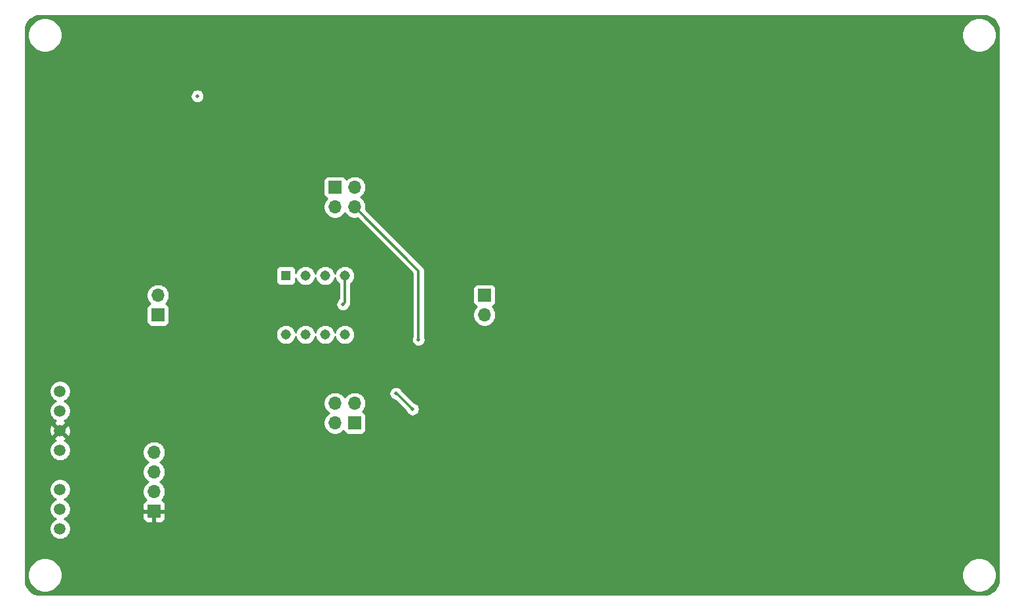
<source format=gbr>
%TF.GenerationSoftware,KiCad,Pcbnew,(5.1.7)-1*%
%TF.CreationDate,2021-05-11T13:40:29-05:00*%
%TF.ProjectId,instrumentation_amplifier,696e7374-7275-46d6-956e-746174696f6e,1.1*%
%TF.SameCoordinates,Original*%
%TF.FileFunction,Copper,L2,Bot*%
%TF.FilePolarity,Positive*%
%FSLAX46Y46*%
G04 Gerber Fmt 4.6, Leading zero omitted, Abs format (unit mm)*
G04 Created by KiCad (PCBNEW (5.1.7)-1) date 2021-05-11 13:40:29*
%MOMM*%
%LPD*%
G01*
G04 APERTURE LIST*
%TA.AperFunction,ComponentPad*%
%ADD10O,1.700000X1.700000*%
%TD*%
%TA.AperFunction,ComponentPad*%
%ADD11R,1.700000X1.700000*%
%TD*%
%TA.AperFunction,ComponentPad*%
%ADD12C,1.509000*%
%TD*%
%TA.AperFunction,ComponentPad*%
%ADD13C,1.308000*%
%TD*%
%TA.AperFunction,ComponentPad*%
%ADD14R,1.308000X1.308000*%
%TD*%
%TA.AperFunction,ViaPad*%
%ADD15C,0.508000*%
%TD*%
%TA.AperFunction,Conductor*%
%ADD16C,0.304800*%
%TD*%
%TA.AperFunction,Conductor*%
%ADD17C,0.254000*%
%TD*%
%TA.AperFunction,Conductor*%
%ADD18C,0.100000*%
%TD*%
G04 APERTURE END LIST*
D10*
%TO.P,J1,2*%
%TO.N,Net-(J1-Pad2)*%
X119380000Y-87630000D03*
D11*
%TO.P,J1,1*%
%TO.N,Net-(J1-Pad1)*%
X119380000Y-90170000D03*
%TD*%
D12*
%TO.P,U2,1*%
%TO.N,Net-(CON1-Pad2)*%
X106730000Y-117830000D03*
%TO.P,U2,2*%
%TO.N,Net-(CON1-Pad1)*%
X106730000Y-115290000D03*
%TO.P,U2,3*%
%TO.N,N/C*%
X106730000Y-112750000D03*
%TO.P,U2,5*%
X106730000Y-107670000D03*
%TO.P,U2,6*%
%TO.N,+5V*%
X106730000Y-105130000D03*
%TO.P,U2,7*%
%TO.N,GND*%
X106730000Y-102590000D03*
%TO.P,U2,8*%
%TO.N,-5V*%
X106730000Y-100050000D03*
%TD*%
D10*
%TO.P,J2,4*%
%TO.N,Net-(J1-Pad1)*%
X142240000Y-101600000D03*
%TO.P,J2,3*%
X144780000Y-101600000D03*
%TO.P,J2,2*%
%TO.N,Net-(J2-Pad2)*%
X142240000Y-104140000D03*
D11*
%TO.P,J2,1*%
%TO.N,Net-(J2-Pad1)*%
X144780000Y-104140000D03*
%TD*%
%TO.P,J3,1*%
%TO.N,Net-(J3-Pad1)*%
X142240000Y-73660000D03*
D10*
%TO.P,J3,2*%
%TO.N,Net-(J3-Pad2)*%
X144780000Y-73660000D03*
%TO.P,J3,3*%
%TO.N,Net-(J1-Pad2)*%
X142240000Y-76200000D03*
%TO.P,J3,4*%
X144780000Y-76200000D03*
%TD*%
D11*
%TO.P,J4,1*%
%TO.N,Net-(J4-Pad1)*%
X161544000Y-87630000D03*
D10*
%TO.P,J4,2*%
%TO.N,GND*%
X161544000Y-90170000D03*
%TD*%
D13*
%TO.P,SW1,3*%
%TO.N,Net-(R8-Pad1)*%
X143510000Y-85090000D03*
%TO.P,SW1,2*%
%TO.N,Net-(R9-Pad1)*%
X140970000Y-85090000D03*
%TO.P,SW1,C*%
%TO.N,Net-(SW1-PadC)*%
X138430000Y-85090000D03*
D14*
%TO.P,SW1,1*%
%TO.N,Net-(R10-Pad1)*%
X135890000Y-85090000D03*
D13*
%TO.P,SW1,NC*%
%TO.N,N/C*%
X143510000Y-92710000D03*
%TO.P,SW1,C1*%
X140970000Y-92710000D03*
%TO.P,SW1,5*%
%TO.N,Net-(R6-Pad1)*%
X138430000Y-92710000D03*
%TO.P,SW1,4*%
%TO.N,Net-(R7-Pad1)*%
X135890000Y-92710000D03*
%TD*%
D11*
%TO.P,J5,1*%
%TO.N,+5V*%
X118872000Y-115570000D03*
D10*
%TO.P,J5,2*%
%TO.N,GND*%
X118872000Y-113030000D03*
%TO.P,J5,3*%
X118872000Y-110490000D03*
%TO.P,J5,4*%
%TO.N,-5V*%
X118872000Y-107950000D03*
%TD*%
D15*
%TO.N,+5V*%
X151130000Y-77470000D03*
X124460000Y-64008000D03*
%TO.N,GND*%
X150114000Y-100330000D03*
X152273000Y-102362000D03*
X124460000Y-61849000D03*
%TO.N,Net-(J1-Pad2)*%
X153035000Y-93345000D03*
%TO.N,Net-(R8-Pad1)*%
X143256000Y-88773000D03*
%TD*%
D16*
%TO.N,GND*%
X150241000Y-100330000D02*
X152273000Y-102362000D01*
X150114000Y-100330000D02*
X150241000Y-100330000D01*
%TO.N,Net-(J1-Pad2)*%
X153035000Y-84455000D02*
X144780000Y-76200000D01*
X153035000Y-93345000D02*
X153035000Y-84455000D01*
%TO.N,Net-(R8-Pad1)*%
X143510000Y-88519000D02*
X143510000Y-85090000D01*
X143256000Y-88773000D02*
X143510000Y-88519000D01*
%TD*%
D17*
%TO.N,+5V*%
X226424545Y-51498909D02*
X226775208Y-51604780D01*
X227098625Y-51776744D01*
X227382484Y-52008254D01*
X227615965Y-52290486D01*
X227790183Y-52612695D01*
X227898502Y-52962614D01*
X227940001Y-53357452D01*
X227940000Y-124427721D01*
X227901091Y-124824545D01*
X227795220Y-125175206D01*
X227623257Y-125498623D01*
X227391748Y-125782482D01*
X227109514Y-126015965D01*
X226787304Y-126190184D01*
X226437385Y-126298502D01*
X226042557Y-126340000D01*
X104172279Y-126340000D01*
X103775455Y-126301091D01*
X103424794Y-126195220D01*
X103101377Y-126023257D01*
X102817518Y-125791748D01*
X102584035Y-125509514D01*
X102409816Y-125187304D01*
X102301498Y-124837385D01*
X102260000Y-124442557D01*
X102260000Y-123604872D01*
X102540000Y-123604872D01*
X102540000Y-124045128D01*
X102625890Y-124476925D01*
X102794369Y-124883669D01*
X103038962Y-125249729D01*
X103350271Y-125561038D01*
X103716331Y-125805631D01*
X104123075Y-125974110D01*
X104554872Y-126060000D01*
X104995128Y-126060000D01*
X105426925Y-125974110D01*
X105833669Y-125805631D01*
X106199729Y-125561038D01*
X106511038Y-125249729D01*
X106755631Y-124883669D01*
X106924110Y-124476925D01*
X107010000Y-124045128D01*
X107010000Y-123604872D01*
X223190000Y-123604872D01*
X223190000Y-124045128D01*
X223275890Y-124476925D01*
X223444369Y-124883669D01*
X223688962Y-125249729D01*
X224000271Y-125561038D01*
X224366331Y-125805631D01*
X224773075Y-125974110D01*
X225204872Y-126060000D01*
X225645128Y-126060000D01*
X226076925Y-125974110D01*
X226483669Y-125805631D01*
X226849729Y-125561038D01*
X227161038Y-125249729D01*
X227405631Y-124883669D01*
X227574110Y-124476925D01*
X227660000Y-124045128D01*
X227660000Y-123604872D01*
X227574110Y-123173075D01*
X227405631Y-122766331D01*
X227161038Y-122400271D01*
X226849729Y-122088962D01*
X226483669Y-121844369D01*
X226076925Y-121675890D01*
X225645128Y-121590000D01*
X225204872Y-121590000D01*
X224773075Y-121675890D01*
X224366331Y-121844369D01*
X224000271Y-122088962D01*
X223688962Y-122400271D01*
X223444369Y-122766331D01*
X223275890Y-123173075D01*
X223190000Y-123604872D01*
X107010000Y-123604872D01*
X106924110Y-123173075D01*
X106755631Y-122766331D01*
X106511038Y-122400271D01*
X106199729Y-122088962D01*
X105833669Y-121844369D01*
X105426925Y-121675890D01*
X104995128Y-121590000D01*
X104554872Y-121590000D01*
X104123075Y-121675890D01*
X103716331Y-121844369D01*
X103350271Y-122088962D01*
X103038962Y-122400271D01*
X102794369Y-122766331D01*
X102625890Y-123173075D01*
X102540000Y-123604872D01*
X102260000Y-123604872D01*
X102260000Y-112613146D01*
X105340500Y-112613146D01*
X105340500Y-112886854D01*
X105393898Y-113155302D01*
X105498641Y-113408175D01*
X105650705Y-113635754D01*
X105844246Y-113829295D01*
X106071825Y-113981359D01*
X106165113Y-114020000D01*
X106071825Y-114058641D01*
X105844246Y-114210705D01*
X105650705Y-114404246D01*
X105498641Y-114631825D01*
X105393898Y-114884698D01*
X105340500Y-115153146D01*
X105340500Y-115426854D01*
X105393898Y-115695302D01*
X105498641Y-115948175D01*
X105650705Y-116175754D01*
X105844246Y-116369295D01*
X106071825Y-116521359D01*
X106165113Y-116560000D01*
X106071825Y-116598641D01*
X105844246Y-116750705D01*
X105650705Y-116944246D01*
X105498641Y-117171825D01*
X105393898Y-117424698D01*
X105340500Y-117693146D01*
X105340500Y-117966854D01*
X105393898Y-118235302D01*
X105498641Y-118488175D01*
X105650705Y-118715754D01*
X105844246Y-118909295D01*
X106071825Y-119061359D01*
X106324698Y-119166102D01*
X106593146Y-119219500D01*
X106866854Y-119219500D01*
X107135302Y-119166102D01*
X107388175Y-119061359D01*
X107615754Y-118909295D01*
X107809295Y-118715754D01*
X107961359Y-118488175D01*
X108066102Y-118235302D01*
X108119500Y-117966854D01*
X108119500Y-117693146D01*
X108066102Y-117424698D01*
X107961359Y-117171825D01*
X107809295Y-116944246D01*
X107615754Y-116750705D01*
X107388175Y-116598641D01*
X107294887Y-116560000D01*
X107388175Y-116521359D01*
X107539868Y-116420000D01*
X117383928Y-116420000D01*
X117396188Y-116544482D01*
X117432498Y-116664180D01*
X117491463Y-116774494D01*
X117570815Y-116871185D01*
X117667506Y-116950537D01*
X117777820Y-117009502D01*
X117897518Y-117045812D01*
X118022000Y-117058072D01*
X118586250Y-117055000D01*
X118745000Y-116896250D01*
X118745000Y-115697000D01*
X118999000Y-115697000D01*
X118999000Y-116896250D01*
X119157750Y-117055000D01*
X119722000Y-117058072D01*
X119846482Y-117045812D01*
X119966180Y-117009502D01*
X120076494Y-116950537D01*
X120173185Y-116871185D01*
X120252537Y-116774494D01*
X120311502Y-116664180D01*
X120347812Y-116544482D01*
X120360072Y-116420000D01*
X120357000Y-115855750D01*
X120198250Y-115697000D01*
X118999000Y-115697000D01*
X118745000Y-115697000D01*
X117545750Y-115697000D01*
X117387000Y-115855750D01*
X117383928Y-116420000D01*
X107539868Y-116420000D01*
X107615754Y-116369295D01*
X107809295Y-116175754D01*
X107961359Y-115948175D01*
X108066102Y-115695302D01*
X108119500Y-115426854D01*
X108119500Y-115153146D01*
X108066102Y-114884698D01*
X107997883Y-114720000D01*
X117383928Y-114720000D01*
X117387000Y-115284250D01*
X117545750Y-115443000D01*
X118745000Y-115443000D01*
X118745000Y-115423000D01*
X118999000Y-115423000D01*
X118999000Y-115443000D01*
X120198250Y-115443000D01*
X120357000Y-115284250D01*
X120360072Y-114720000D01*
X120347812Y-114595518D01*
X120311502Y-114475820D01*
X120252537Y-114365506D01*
X120173185Y-114268815D01*
X120076494Y-114189463D01*
X119966180Y-114130498D01*
X119893620Y-114108487D01*
X120025475Y-113976632D01*
X120187990Y-113733411D01*
X120299932Y-113463158D01*
X120357000Y-113176260D01*
X120357000Y-112883740D01*
X120299932Y-112596842D01*
X120187990Y-112326589D01*
X120025475Y-112083368D01*
X119818632Y-111876525D01*
X119644240Y-111760000D01*
X119818632Y-111643475D01*
X120025475Y-111436632D01*
X120187990Y-111193411D01*
X120299932Y-110923158D01*
X120357000Y-110636260D01*
X120357000Y-110343740D01*
X120299932Y-110056842D01*
X120187990Y-109786589D01*
X120025475Y-109543368D01*
X119818632Y-109336525D01*
X119644240Y-109220000D01*
X119818632Y-109103475D01*
X120025475Y-108896632D01*
X120187990Y-108653411D01*
X120299932Y-108383158D01*
X120357000Y-108096260D01*
X120357000Y-107803740D01*
X120299932Y-107516842D01*
X120187990Y-107246589D01*
X120025475Y-107003368D01*
X119818632Y-106796525D01*
X119575411Y-106634010D01*
X119305158Y-106522068D01*
X119018260Y-106465000D01*
X118725740Y-106465000D01*
X118438842Y-106522068D01*
X118168589Y-106634010D01*
X117925368Y-106796525D01*
X117718525Y-107003368D01*
X117556010Y-107246589D01*
X117444068Y-107516842D01*
X117387000Y-107803740D01*
X117387000Y-108096260D01*
X117444068Y-108383158D01*
X117556010Y-108653411D01*
X117718525Y-108896632D01*
X117925368Y-109103475D01*
X118099760Y-109220000D01*
X117925368Y-109336525D01*
X117718525Y-109543368D01*
X117556010Y-109786589D01*
X117444068Y-110056842D01*
X117387000Y-110343740D01*
X117387000Y-110636260D01*
X117444068Y-110923158D01*
X117556010Y-111193411D01*
X117718525Y-111436632D01*
X117925368Y-111643475D01*
X118099760Y-111760000D01*
X117925368Y-111876525D01*
X117718525Y-112083368D01*
X117556010Y-112326589D01*
X117444068Y-112596842D01*
X117387000Y-112883740D01*
X117387000Y-113176260D01*
X117444068Y-113463158D01*
X117556010Y-113733411D01*
X117718525Y-113976632D01*
X117850380Y-114108487D01*
X117777820Y-114130498D01*
X117667506Y-114189463D01*
X117570815Y-114268815D01*
X117491463Y-114365506D01*
X117432498Y-114475820D01*
X117396188Y-114595518D01*
X117383928Y-114720000D01*
X107997883Y-114720000D01*
X107961359Y-114631825D01*
X107809295Y-114404246D01*
X107615754Y-114210705D01*
X107388175Y-114058641D01*
X107294887Y-114020000D01*
X107388175Y-113981359D01*
X107615754Y-113829295D01*
X107809295Y-113635754D01*
X107961359Y-113408175D01*
X108066102Y-113155302D01*
X108119500Y-112886854D01*
X108119500Y-112613146D01*
X108066102Y-112344698D01*
X107961359Y-112091825D01*
X107809295Y-111864246D01*
X107615754Y-111670705D01*
X107388175Y-111518641D01*
X107135302Y-111413898D01*
X106866854Y-111360500D01*
X106593146Y-111360500D01*
X106324698Y-111413898D01*
X106071825Y-111518641D01*
X105844246Y-111670705D01*
X105650705Y-111864246D01*
X105498641Y-112091825D01*
X105393898Y-112344698D01*
X105340500Y-112613146D01*
X102260000Y-112613146D01*
X102260000Y-107533146D01*
X105340500Y-107533146D01*
X105340500Y-107806854D01*
X105393898Y-108075302D01*
X105498641Y-108328175D01*
X105650705Y-108555754D01*
X105844246Y-108749295D01*
X106071825Y-108901359D01*
X106324698Y-109006102D01*
X106593146Y-109059500D01*
X106866854Y-109059500D01*
X107135302Y-109006102D01*
X107388175Y-108901359D01*
X107615754Y-108749295D01*
X107809295Y-108555754D01*
X107961359Y-108328175D01*
X108066102Y-108075302D01*
X108119500Y-107806854D01*
X108119500Y-107533146D01*
X108066102Y-107264698D01*
X107961359Y-107011825D01*
X107809295Y-106784246D01*
X107615754Y-106590705D01*
X107388175Y-106438641D01*
X107299215Y-106401793D01*
X107330404Y-106390537D01*
X107444532Y-106329534D01*
X107510603Y-106090208D01*
X106730000Y-105309605D01*
X105949397Y-106090208D01*
X106015468Y-106329534D01*
X106165326Y-106399912D01*
X106071825Y-106438641D01*
X105844246Y-106590705D01*
X105650705Y-106784246D01*
X105498641Y-107011825D01*
X105393898Y-107264698D01*
X105340500Y-107533146D01*
X102260000Y-107533146D01*
X102260000Y-105202314D01*
X105335651Y-105202314D01*
X105376551Y-105472948D01*
X105469463Y-105730404D01*
X105530466Y-105844532D01*
X105769792Y-105910603D01*
X106550395Y-105130000D01*
X106909605Y-105130000D01*
X107690208Y-105910603D01*
X107929534Y-105844532D01*
X108045883Y-105596785D01*
X108111664Y-105331100D01*
X108124349Y-105057686D01*
X108083449Y-104787052D01*
X107990537Y-104529596D01*
X107929534Y-104415468D01*
X107690208Y-104349397D01*
X106909605Y-105130000D01*
X106550395Y-105130000D01*
X105769792Y-104349397D01*
X105530466Y-104415468D01*
X105414117Y-104663215D01*
X105348336Y-104928900D01*
X105335651Y-105202314D01*
X102260000Y-105202314D01*
X102260000Y-99913146D01*
X105340500Y-99913146D01*
X105340500Y-100186854D01*
X105393898Y-100455302D01*
X105498641Y-100708175D01*
X105650705Y-100935754D01*
X105844246Y-101129295D01*
X106071825Y-101281359D01*
X106165113Y-101320000D01*
X106071825Y-101358641D01*
X105844246Y-101510705D01*
X105650705Y-101704246D01*
X105498641Y-101931825D01*
X105393898Y-102184698D01*
X105340500Y-102453146D01*
X105340500Y-102726854D01*
X105393898Y-102995302D01*
X105498641Y-103248175D01*
X105650705Y-103475754D01*
X105844246Y-103669295D01*
X106071825Y-103821359D01*
X106160785Y-103858207D01*
X106129596Y-103869463D01*
X106015468Y-103930466D01*
X105949397Y-104169792D01*
X106730000Y-104950395D01*
X107510603Y-104169792D01*
X107444532Y-103930466D01*
X107294674Y-103860088D01*
X107388175Y-103821359D01*
X107615754Y-103669295D01*
X107809295Y-103475754D01*
X107961359Y-103248175D01*
X108066102Y-102995302D01*
X108119500Y-102726854D01*
X108119500Y-102453146D01*
X108066102Y-102184698D01*
X107961359Y-101931825D01*
X107809295Y-101704246D01*
X107615754Y-101510705D01*
X107530501Y-101453740D01*
X140755000Y-101453740D01*
X140755000Y-101746260D01*
X140812068Y-102033158D01*
X140924010Y-102303411D01*
X141086525Y-102546632D01*
X141293368Y-102753475D01*
X141467760Y-102870000D01*
X141293368Y-102986525D01*
X141086525Y-103193368D01*
X140924010Y-103436589D01*
X140812068Y-103706842D01*
X140755000Y-103993740D01*
X140755000Y-104286260D01*
X140812068Y-104573158D01*
X140924010Y-104843411D01*
X141086525Y-105086632D01*
X141293368Y-105293475D01*
X141536589Y-105455990D01*
X141806842Y-105567932D01*
X142093740Y-105625000D01*
X142386260Y-105625000D01*
X142673158Y-105567932D01*
X142943411Y-105455990D01*
X143186632Y-105293475D01*
X143318487Y-105161620D01*
X143340498Y-105234180D01*
X143399463Y-105344494D01*
X143478815Y-105441185D01*
X143575506Y-105520537D01*
X143685820Y-105579502D01*
X143805518Y-105615812D01*
X143930000Y-105628072D01*
X145630000Y-105628072D01*
X145754482Y-105615812D01*
X145874180Y-105579502D01*
X145984494Y-105520537D01*
X146081185Y-105441185D01*
X146160537Y-105344494D01*
X146219502Y-105234180D01*
X146255812Y-105114482D01*
X146268072Y-104990000D01*
X146268072Y-103290000D01*
X146255812Y-103165518D01*
X146219502Y-103045820D01*
X146160537Y-102935506D01*
X146081185Y-102838815D01*
X145984494Y-102759463D01*
X145874180Y-102700498D01*
X145801620Y-102678487D01*
X145933475Y-102546632D01*
X146095990Y-102303411D01*
X146207932Y-102033158D01*
X146265000Y-101746260D01*
X146265000Y-101453740D01*
X146207932Y-101166842D01*
X146095990Y-100896589D01*
X145933475Y-100653368D01*
X145726632Y-100446525D01*
X145483411Y-100284010D01*
X145383055Y-100242441D01*
X149225000Y-100242441D01*
X149225000Y-100417559D01*
X149259164Y-100589312D01*
X149326179Y-100751099D01*
X149423469Y-100896704D01*
X149547296Y-101020531D01*
X149692901Y-101117821D01*
X149854688Y-101184836D01*
X150013969Y-101216519D01*
X151418016Y-102620567D01*
X151418164Y-102621312D01*
X151485179Y-102783099D01*
X151582469Y-102928704D01*
X151706296Y-103052531D01*
X151851901Y-103149821D01*
X152013688Y-103216836D01*
X152185441Y-103251000D01*
X152360559Y-103251000D01*
X152532312Y-103216836D01*
X152694099Y-103149821D01*
X152839704Y-103052531D01*
X152963531Y-102928704D01*
X153060821Y-102783099D01*
X153127836Y-102621312D01*
X153162000Y-102449559D01*
X153162000Y-102274441D01*
X153127836Y-102102688D01*
X153060821Y-101940901D01*
X152963531Y-101795296D01*
X152839704Y-101671469D01*
X152694099Y-101574179D01*
X152532312Y-101507164D01*
X152531567Y-101507016D01*
X150838129Y-99813579D01*
X150804531Y-99763296D01*
X150680704Y-99639469D01*
X150535099Y-99542179D01*
X150373312Y-99475164D01*
X150201559Y-99441000D01*
X150026441Y-99441000D01*
X149854688Y-99475164D01*
X149692901Y-99542179D01*
X149547296Y-99639469D01*
X149423469Y-99763296D01*
X149326179Y-99908901D01*
X149259164Y-100070688D01*
X149225000Y-100242441D01*
X145383055Y-100242441D01*
X145213158Y-100172068D01*
X144926260Y-100115000D01*
X144633740Y-100115000D01*
X144346842Y-100172068D01*
X144076589Y-100284010D01*
X143833368Y-100446525D01*
X143626525Y-100653368D01*
X143510000Y-100827760D01*
X143393475Y-100653368D01*
X143186632Y-100446525D01*
X142943411Y-100284010D01*
X142673158Y-100172068D01*
X142386260Y-100115000D01*
X142093740Y-100115000D01*
X141806842Y-100172068D01*
X141536589Y-100284010D01*
X141293368Y-100446525D01*
X141086525Y-100653368D01*
X140924010Y-100896589D01*
X140812068Y-101166842D01*
X140755000Y-101453740D01*
X107530501Y-101453740D01*
X107388175Y-101358641D01*
X107294887Y-101320000D01*
X107388175Y-101281359D01*
X107615754Y-101129295D01*
X107809295Y-100935754D01*
X107961359Y-100708175D01*
X108066102Y-100455302D01*
X108119500Y-100186854D01*
X108119500Y-99913146D01*
X108066102Y-99644698D01*
X107961359Y-99391825D01*
X107809295Y-99164246D01*
X107615754Y-98970705D01*
X107388175Y-98818641D01*
X107135302Y-98713898D01*
X106866854Y-98660500D01*
X106593146Y-98660500D01*
X106324698Y-98713898D01*
X106071825Y-98818641D01*
X105844246Y-98970705D01*
X105650705Y-99164246D01*
X105498641Y-99391825D01*
X105393898Y-99644698D01*
X105340500Y-99913146D01*
X102260000Y-99913146D01*
X102260000Y-92583045D01*
X134601000Y-92583045D01*
X134601000Y-92836955D01*
X134650535Y-93085987D01*
X134747703Y-93320570D01*
X134888768Y-93531690D01*
X135068310Y-93711232D01*
X135279430Y-93852297D01*
X135514013Y-93949465D01*
X135763045Y-93999000D01*
X136016955Y-93999000D01*
X136265987Y-93949465D01*
X136500570Y-93852297D01*
X136711690Y-93711232D01*
X136891232Y-93531690D01*
X137032297Y-93320570D01*
X137129465Y-93085987D01*
X137160000Y-92932476D01*
X137190535Y-93085987D01*
X137287703Y-93320570D01*
X137428768Y-93531690D01*
X137608310Y-93711232D01*
X137819430Y-93852297D01*
X138054013Y-93949465D01*
X138303045Y-93999000D01*
X138556955Y-93999000D01*
X138805987Y-93949465D01*
X139040570Y-93852297D01*
X139251690Y-93711232D01*
X139431232Y-93531690D01*
X139572297Y-93320570D01*
X139669465Y-93085987D01*
X139700000Y-92932476D01*
X139730535Y-93085987D01*
X139827703Y-93320570D01*
X139968768Y-93531690D01*
X140148310Y-93711232D01*
X140359430Y-93852297D01*
X140594013Y-93949465D01*
X140843045Y-93999000D01*
X141096955Y-93999000D01*
X141345987Y-93949465D01*
X141580570Y-93852297D01*
X141791690Y-93711232D01*
X141971232Y-93531690D01*
X142112297Y-93320570D01*
X142209465Y-93085987D01*
X142240000Y-92932476D01*
X142270535Y-93085987D01*
X142367703Y-93320570D01*
X142508768Y-93531690D01*
X142688310Y-93711232D01*
X142899430Y-93852297D01*
X143134013Y-93949465D01*
X143383045Y-93999000D01*
X143636955Y-93999000D01*
X143885987Y-93949465D01*
X144120570Y-93852297D01*
X144331690Y-93711232D01*
X144511232Y-93531690D01*
X144652297Y-93320570D01*
X144749465Y-93085987D01*
X144799000Y-92836955D01*
X144799000Y-92583045D01*
X144749465Y-92334013D01*
X144652297Y-92099430D01*
X144511232Y-91888310D01*
X144331690Y-91708768D01*
X144120570Y-91567703D01*
X143885987Y-91470535D01*
X143636955Y-91421000D01*
X143383045Y-91421000D01*
X143134013Y-91470535D01*
X142899430Y-91567703D01*
X142688310Y-91708768D01*
X142508768Y-91888310D01*
X142367703Y-92099430D01*
X142270535Y-92334013D01*
X142240000Y-92487524D01*
X142209465Y-92334013D01*
X142112297Y-92099430D01*
X141971232Y-91888310D01*
X141791690Y-91708768D01*
X141580570Y-91567703D01*
X141345987Y-91470535D01*
X141096955Y-91421000D01*
X140843045Y-91421000D01*
X140594013Y-91470535D01*
X140359430Y-91567703D01*
X140148310Y-91708768D01*
X139968768Y-91888310D01*
X139827703Y-92099430D01*
X139730535Y-92334013D01*
X139700000Y-92487524D01*
X139669465Y-92334013D01*
X139572297Y-92099430D01*
X139431232Y-91888310D01*
X139251690Y-91708768D01*
X139040570Y-91567703D01*
X138805987Y-91470535D01*
X138556955Y-91421000D01*
X138303045Y-91421000D01*
X138054013Y-91470535D01*
X137819430Y-91567703D01*
X137608310Y-91708768D01*
X137428768Y-91888310D01*
X137287703Y-92099430D01*
X137190535Y-92334013D01*
X137160000Y-92487524D01*
X137129465Y-92334013D01*
X137032297Y-92099430D01*
X136891232Y-91888310D01*
X136711690Y-91708768D01*
X136500570Y-91567703D01*
X136265987Y-91470535D01*
X136016955Y-91421000D01*
X135763045Y-91421000D01*
X135514013Y-91470535D01*
X135279430Y-91567703D01*
X135068310Y-91708768D01*
X134888768Y-91888310D01*
X134747703Y-92099430D01*
X134650535Y-92334013D01*
X134601000Y-92583045D01*
X102260000Y-92583045D01*
X102260000Y-89320000D01*
X117891928Y-89320000D01*
X117891928Y-91020000D01*
X117904188Y-91144482D01*
X117940498Y-91264180D01*
X117999463Y-91374494D01*
X118078815Y-91471185D01*
X118175506Y-91550537D01*
X118285820Y-91609502D01*
X118405518Y-91645812D01*
X118530000Y-91658072D01*
X120230000Y-91658072D01*
X120354482Y-91645812D01*
X120474180Y-91609502D01*
X120584494Y-91550537D01*
X120681185Y-91471185D01*
X120760537Y-91374494D01*
X120819502Y-91264180D01*
X120855812Y-91144482D01*
X120868072Y-91020000D01*
X120868072Y-89320000D01*
X120855812Y-89195518D01*
X120819502Y-89075820D01*
X120760537Y-88965506D01*
X120681185Y-88868815D01*
X120584494Y-88789463D01*
X120474180Y-88730498D01*
X120401620Y-88708487D01*
X120533475Y-88576632D01*
X120695990Y-88333411D01*
X120807932Y-88063158D01*
X120865000Y-87776260D01*
X120865000Y-87483740D01*
X120807932Y-87196842D01*
X120695990Y-86926589D01*
X120533475Y-86683368D01*
X120326632Y-86476525D01*
X120083411Y-86314010D01*
X119813158Y-86202068D01*
X119526260Y-86145000D01*
X119233740Y-86145000D01*
X118946842Y-86202068D01*
X118676589Y-86314010D01*
X118433368Y-86476525D01*
X118226525Y-86683368D01*
X118064010Y-86926589D01*
X117952068Y-87196842D01*
X117895000Y-87483740D01*
X117895000Y-87776260D01*
X117952068Y-88063158D01*
X118064010Y-88333411D01*
X118226525Y-88576632D01*
X118358380Y-88708487D01*
X118285820Y-88730498D01*
X118175506Y-88789463D01*
X118078815Y-88868815D01*
X117999463Y-88965506D01*
X117940498Y-89075820D01*
X117904188Y-89195518D01*
X117891928Y-89320000D01*
X102260000Y-89320000D01*
X102260000Y-84436000D01*
X134597928Y-84436000D01*
X134597928Y-85744000D01*
X134610188Y-85868482D01*
X134646498Y-85988180D01*
X134705463Y-86098494D01*
X134784815Y-86195185D01*
X134881506Y-86274537D01*
X134991820Y-86333502D01*
X135111518Y-86369812D01*
X135236000Y-86382072D01*
X136544000Y-86382072D01*
X136668482Y-86369812D01*
X136788180Y-86333502D01*
X136898494Y-86274537D01*
X136995185Y-86195185D01*
X137074537Y-86098494D01*
X137133502Y-85988180D01*
X137169812Y-85868482D01*
X137182072Y-85744000D01*
X137182072Y-85423440D01*
X137190535Y-85465987D01*
X137287703Y-85700570D01*
X137428768Y-85911690D01*
X137608310Y-86091232D01*
X137819430Y-86232297D01*
X138054013Y-86329465D01*
X138303045Y-86379000D01*
X138556955Y-86379000D01*
X138805987Y-86329465D01*
X139040570Y-86232297D01*
X139251690Y-86091232D01*
X139431232Y-85911690D01*
X139572297Y-85700570D01*
X139669465Y-85465987D01*
X139700000Y-85312476D01*
X139730535Y-85465987D01*
X139827703Y-85700570D01*
X139968768Y-85911690D01*
X140148310Y-86091232D01*
X140359430Y-86232297D01*
X140594013Y-86329465D01*
X140843045Y-86379000D01*
X141096955Y-86379000D01*
X141345987Y-86329465D01*
X141580570Y-86232297D01*
X141791690Y-86091232D01*
X141971232Y-85911690D01*
X142112297Y-85700570D01*
X142209465Y-85465987D01*
X142240000Y-85312476D01*
X142270535Y-85465987D01*
X142367703Y-85700570D01*
X142508768Y-85911690D01*
X142688310Y-86091232D01*
X142722601Y-86114144D01*
X142722600Y-88060216D01*
X142689296Y-88082469D01*
X142565469Y-88206296D01*
X142468179Y-88351901D01*
X142401164Y-88513688D01*
X142367000Y-88685441D01*
X142367000Y-88860559D01*
X142401164Y-89032312D01*
X142468179Y-89194099D01*
X142565469Y-89339704D01*
X142689296Y-89463531D01*
X142834901Y-89560821D01*
X142996688Y-89627836D01*
X143168441Y-89662000D01*
X143343559Y-89662000D01*
X143515312Y-89627836D01*
X143677099Y-89560821D01*
X143822704Y-89463531D01*
X143946531Y-89339704D01*
X144043821Y-89194099D01*
X144110836Y-89032312D01*
X144111952Y-89026704D01*
X144167866Y-88958572D01*
X144240982Y-88821783D01*
X144286006Y-88673357D01*
X144297400Y-88557673D01*
X144297400Y-88557664D01*
X144301208Y-88519001D01*
X144297400Y-88480338D01*
X144297400Y-86114144D01*
X144331690Y-86091232D01*
X144511232Y-85911690D01*
X144652297Y-85700570D01*
X144749465Y-85465987D01*
X144799000Y-85216955D01*
X144799000Y-84963045D01*
X144749465Y-84714013D01*
X144652297Y-84479430D01*
X144511232Y-84268310D01*
X144331690Y-84088768D01*
X144120570Y-83947703D01*
X143885987Y-83850535D01*
X143636955Y-83801000D01*
X143383045Y-83801000D01*
X143134013Y-83850535D01*
X142899430Y-83947703D01*
X142688310Y-84088768D01*
X142508768Y-84268310D01*
X142367703Y-84479430D01*
X142270535Y-84714013D01*
X142240000Y-84867524D01*
X142209465Y-84714013D01*
X142112297Y-84479430D01*
X141971232Y-84268310D01*
X141791690Y-84088768D01*
X141580570Y-83947703D01*
X141345987Y-83850535D01*
X141096955Y-83801000D01*
X140843045Y-83801000D01*
X140594013Y-83850535D01*
X140359430Y-83947703D01*
X140148310Y-84088768D01*
X139968768Y-84268310D01*
X139827703Y-84479430D01*
X139730535Y-84714013D01*
X139700000Y-84867524D01*
X139669465Y-84714013D01*
X139572297Y-84479430D01*
X139431232Y-84268310D01*
X139251690Y-84088768D01*
X139040570Y-83947703D01*
X138805987Y-83850535D01*
X138556955Y-83801000D01*
X138303045Y-83801000D01*
X138054013Y-83850535D01*
X137819430Y-83947703D01*
X137608310Y-84088768D01*
X137428768Y-84268310D01*
X137287703Y-84479430D01*
X137190535Y-84714013D01*
X137182072Y-84756560D01*
X137182072Y-84436000D01*
X137169812Y-84311518D01*
X137133502Y-84191820D01*
X137074537Y-84081506D01*
X136995185Y-83984815D01*
X136898494Y-83905463D01*
X136788180Y-83846498D01*
X136668482Y-83810188D01*
X136544000Y-83797928D01*
X135236000Y-83797928D01*
X135111518Y-83810188D01*
X134991820Y-83846498D01*
X134881506Y-83905463D01*
X134784815Y-83984815D01*
X134705463Y-84081506D01*
X134646498Y-84191820D01*
X134610188Y-84311518D01*
X134597928Y-84436000D01*
X102260000Y-84436000D01*
X102260000Y-72810000D01*
X140751928Y-72810000D01*
X140751928Y-74510000D01*
X140764188Y-74634482D01*
X140800498Y-74754180D01*
X140859463Y-74864494D01*
X140938815Y-74961185D01*
X141035506Y-75040537D01*
X141145820Y-75099502D01*
X141218380Y-75121513D01*
X141086525Y-75253368D01*
X140924010Y-75496589D01*
X140812068Y-75766842D01*
X140755000Y-76053740D01*
X140755000Y-76346260D01*
X140812068Y-76633158D01*
X140924010Y-76903411D01*
X141086525Y-77146632D01*
X141293368Y-77353475D01*
X141536589Y-77515990D01*
X141806842Y-77627932D01*
X142093740Y-77685000D01*
X142386260Y-77685000D01*
X142673158Y-77627932D01*
X142943411Y-77515990D01*
X143186632Y-77353475D01*
X143393475Y-77146632D01*
X143510000Y-76972240D01*
X143626525Y-77146632D01*
X143833368Y-77353475D01*
X144076589Y-77515990D01*
X144346842Y-77627932D01*
X144633740Y-77685000D01*
X144926260Y-77685000D01*
X145114088Y-77647638D01*
X152247601Y-84781152D01*
X152247600Y-92923271D01*
X152247179Y-92923901D01*
X152180164Y-93085688D01*
X152146000Y-93257441D01*
X152146000Y-93432559D01*
X152180164Y-93604312D01*
X152247179Y-93766099D01*
X152344469Y-93911704D01*
X152468296Y-94035531D01*
X152613901Y-94132821D01*
X152775688Y-94199836D01*
X152947441Y-94234000D01*
X153122559Y-94234000D01*
X153294312Y-94199836D01*
X153456099Y-94132821D01*
X153601704Y-94035531D01*
X153725531Y-93911704D01*
X153822821Y-93766099D01*
X153889836Y-93604312D01*
X153924000Y-93432559D01*
X153924000Y-93257441D01*
X153889836Y-93085688D01*
X153822821Y-92923901D01*
X153822400Y-92923271D01*
X153822400Y-86780000D01*
X160055928Y-86780000D01*
X160055928Y-88480000D01*
X160068188Y-88604482D01*
X160104498Y-88724180D01*
X160163463Y-88834494D01*
X160242815Y-88931185D01*
X160339506Y-89010537D01*
X160449820Y-89069502D01*
X160522380Y-89091513D01*
X160390525Y-89223368D01*
X160228010Y-89466589D01*
X160116068Y-89736842D01*
X160059000Y-90023740D01*
X160059000Y-90316260D01*
X160116068Y-90603158D01*
X160228010Y-90873411D01*
X160390525Y-91116632D01*
X160597368Y-91323475D01*
X160840589Y-91485990D01*
X161110842Y-91597932D01*
X161397740Y-91655000D01*
X161690260Y-91655000D01*
X161977158Y-91597932D01*
X162247411Y-91485990D01*
X162490632Y-91323475D01*
X162697475Y-91116632D01*
X162859990Y-90873411D01*
X162971932Y-90603158D01*
X163029000Y-90316260D01*
X163029000Y-90023740D01*
X162971932Y-89736842D01*
X162859990Y-89466589D01*
X162697475Y-89223368D01*
X162565620Y-89091513D01*
X162638180Y-89069502D01*
X162748494Y-89010537D01*
X162845185Y-88931185D01*
X162924537Y-88834494D01*
X162983502Y-88724180D01*
X163019812Y-88604482D01*
X163032072Y-88480000D01*
X163032072Y-86780000D01*
X163019812Y-86655518D01*
X162983502Y-86535820D01*
X162924537Y-86425506D01*
X162845185Y-86328815D01*
X162748494Y-86249463D01*
X162638180Y-86190498D01*
X162518482Y-86154188D01*
X162394000Y-86141928D01*
X160694000Y-86141928D01*
X160569518Y-86154188D01*
X160449820Y-86190498D01*
X160339506Y-86249463D01*
X160242815Y-86328815D01*
X160163463Y-86425506D01*
X160104498Y-86535820D01*
X160068188Y-86655518D01*
X160055928Y-86780000D01*
X153822400Y-86780000D01*
X153822400Y-84493663D01*
X153826208Y-84455000D01*
X153822400Y-84416337D01*
X153822400Y-84416327D01*
X153811006Y-84300643D01*
X153765982Y-84152217D01*
X153692866Y-84015427D01*
X153619121Y-83925570D01*
X153594469Y-83895531D01*
X153564428Y-83870877D01*
X146227638Y-76534088D01*
X146265000Y-76346260D01*
X146265000Y-76053740D01*
X146207932Y-75766842D01*
X146095990Y-75496589D01*
X145933475Y-75253368D01*
X145726632Y-75046525D01*
X145552240Y-74930000D01*
X145726632Y-74813475D01*
X145933475Y-74606632D01*
X146095990Y-74363411D01*
X146207932Y-74093158D01*
X146265000Y-73806260D01*
X146265000Y-73513740D01*
X146207932Y-73226842D01*
X146095990Y-72956589D01*
X145933475Y-72713368D01*
X145726632Y-72506525D01*
X145483411Y-72344010D01*
X145213158Y-72232068D01*
X144926260Y-72175000D01*
X144633740Y-72175000D01*
X144346842Y-72232068D01*
X144076589Y-72344010D01*
X143833368Y-72506525D01*
X143701513Y-72638380D01*
X143679502Y-72565820D01*
X143620537Y-72455506D01*
X143541185Y-72358815D01*
X143444494Y-72279463D01*
X143334180Y-72220498D01*
X143214482Y-72184188D01*
X143090000Y-72171928D01*
X141390000Y-72171928D01*
X141265518Y-72184188D01*
X141145820Y-72220498D01*
X141035506Y-72279463D01*
X140938815Y-72358815D01*
X140859463Y-72455506D01*
X140800498Y-72565820D01*
X140764188Y-72685518D01*
X140751928Y-72810000D01*
X102260000Y-72810000D01*
X102260000Y-61761441D01*
X123571000Y-61761441D01*
X123571000Y-61936559D01*
X123605164Y-62108312D01*
X123672179Y-62270099D01*
X123769469Y-62415704D01*
X123893296Y-62539531D01*
X124038901Y-62636821D01*
X124200688Y-62703836D01*
X124372441Y-62738000D01*
X124547559Y-62738000D01*
X124719312Y-62703836D01*
X124881099Y-62636821D01*
X125026704Y-62539531D01*
X125150531Y-62415704D01*
X125247821Y-62270099D01*
X125314836Y-62108312D01*
X125349000Y-61936559D01*
X125349000Y-61761441D01*
X125314836Y-61589688D01*
X125247821Y-61427901D01*
X125150531Y-61282296D01*
X125026704Y-61158469D01*
X124881099Y-61061179D01*
X124719312Y-60994164D01*
X124547559Y-60960000D01*
X124372441Y-60960000D01*
X124200688Y-60994164D01*
X124038901Y-61061179D01*
X123893296Y-61158469D01*
X123769469Y-61282296D01*
X123672179Y-61427901D01*
X123605164Y-61589688D01*
X123571000Y-61761441D01*
X102260000Y-61761441D01*
X102260000Y-53754872D01*
X102540000Y-53754872D01*
X102540000Y-54195128D01*
X102625890Y-54626925D01*
X102794369Y-55033669D01*
X103038962Y-55399729D01*
X103350271Y-55711038D01*
X103716331Y-55955631D01*
X104123075Y-56124110D01*
X104554872Y-56210000D01*
X104995128Y-56210000D01*
X105426925Y-56124110D01*
X105833669Y-55955631D01*
X106199729Y-55711038D01*
X106511038Y-55399729D01*
X106755631Y-55033669D01*
X106924110Y-54626925D01*
X107010000Y-54195128D01*
X107010000Y-53754872D01*
X223190000Y-53754872D01*
X223190000Y-54195128D01*
X223275890Y-54626925D01*
X223444369Y-55033669D01*
X223688962Y-55399729D01*
X224000271Y-55711038D01*
X224366331Y-55955631D01*
X224773075Y-56124110D01*
X225204872Y-56210000D01*
X225645128Y-56210000D01*
X226076925Y-56124110D01*
X226483669Y-55955631D01*
X226849729Y-55711038D01*
X227161038Y-55399729D01*
X227405631Y-55033669D01*
X227574110Y-54626925D01*
X227660000Y-54195128D01*
X227660000Y-53754872D01*
X227574110Y-53323075D01*
X227405631Y-52916331D01*
X227161038Y-52550271D01*
X226849729Y-52238962D01*
X226483669Y-51994369D01*
X226076925Y-51825890D01*
X225645128Y-51740000D01*
X225204872Y-51740000D01*
X224773075Y-51825890D01*
X224366331Y-51994369D01*
X224000271Y-52238962D01*
X223688962Y-52550271D01*
X223444369Y-52916331D01*
X223275890Y-53323075D01*
X223190000Y-53754872D01*
X107010000Y-53754872D01*
X106924110Y-53323075D01*
X106755631Y-52916331D01*
X106511038Y-52550271D01*
X106199729Y-52238962D01*
X105833669Y-51994369D01*
X105426925Y-51825890D01*
X104995128Y-51740000D01*
X104554872Y-51740000D01*
X104123075Y-51825890D01*
X103716331Y-51994369D01*
X103350271Y-52238962D01*
X103038962Y-52550271D01*
X102794369Y-52916331D01*
X102625890Y-53323075D01*
X102540000Y-53754872D01*
X102260000Y-53754872D01*
X102260000Y-53372279D01*
X102298909Y-52975455D01*
X102404780Y-52624792D01*
X102576744Y-52301375D01*
X102808254Y-52017516D01*
X103090486Y-51784035D01*
X103412695Y-51609817D01*
X103762614Y-51501498D01*
X104157443Y-51460000D01*
X226027721Y-51460000D01*
X226424545Y-51498909D01*
%TA.AperFunction,Conductor*%
D18*
G36*
X226424545Y-51498909D02*
G01*
X226775208Y-51604780D01*
X227098625Y-51776744D01*
X227382484Y-52008254D01*
X227615965Y-52290486D01*
X227790183Y-52612695D01*
X227898502Y-52962614D01*
X227940001Y-53357452D01*
X227940000Y-124427721D01*
X227901091Y-124824545D01*
X227795220Y-125175206D01*
X227623257Y-125498623D01*
X227391748Y-125782482D01*
X227109514Y-126015965D01*
X226787304Y-126190184D01*
X226437385Y-126298502D01*
X226042557Y-126340000D01*
X104172279Y-126340000D01*
X103775455Y-126301091D01*
X103424794Y-126195220D01*
X103101377Y-126023257D01*
X102817518Y-125791748D01*
X102584035Y-125509514D01*
X102409816Y-125187304D01*
X102301498Y-124837385D01*
X102260000Y-124442557D01*
X102260000Y-123604872D01*
X102540000Y-123604872D01*
X102540000Y-124045128D01*
X102625890Y-124476925D01*
X102794369Y-124883669D01*
X103038962Y-125249729D01*
X103350271Y-125561038D01*
X103716331Y-125805631D01*
X104123075Y-125974110D01*
X104554872Y-126060000D01*
X104995128Y-126060000D01*
X105426925Y-125974110D01*
X105833669Y-125805631D01*
X106199729Y-125561038D01*
X106511038Y-125249729D01*
X106755631Y-124883669D01*
X106924110Y-124476925D01*
X107010000Y-124045128D01*
X107010000Y-123604872D01*
X223190000Y-123604872D01*
X223190000Y-124045128D01*
X223275890Y-124476925D01*
X223444369Y-124883669D01*
X223688962Y-125249729D01*
X224000271Y-125561038D01*
X224366331Y-125805631D01*
X224773075Y-125974110D01*
X225204872Y-126060000D01*
X225645128Y-126060000D01*
X226076925Y-125974110D01*
X226483669Y-125805631D01*
X226849729Y-125561038D01*
X227161038Y-125249729D01*
X227405631Y-124883669D01*
X227574110Y-124476925D01*
X227660000Y-124045128D01*
X227660000Y-123604872D01*
X227574110Y-123173075D01*
X227405631Y-122766331D01*
X227161038Y-122400271D01*
X226849729Y-122088962D01*
X226483669Y-121844369D01*
X226076925Y-121675890D01*
X225645128Y-121590000D01*
X225204872Y-121590000D01*
X224773075Y-121675890D01*
X224366331Y-121844369D01*
X224000271Y-122088962D01*
X223688962Y-122400271D01*
X223444369Y-122766331D01*
X223275890Y-123173075D01*
X223190000Y-123604872D01*
X107010000Y-123604872D01*
X106924110Y-123173075D01*
X106755631Y-122766331D01*
X106511038Y-122400271D01*
X106199729Y-122088962D01*
X105833669Y-121844369D01*
X105426925Y-121675890D01*
X104995128Y-121590000D01*
X104554872Y-121590000D01*
X104123075Y-121675890D01*
X103716331Y-121844369D01*
X103350271Y-122088962D01*
X103038962Y-122400271D01*
X102794369Y-122766331D01*
X102625890Y-123173075D01*
X102540000Y-123604872D01*
X102260000Y-123604872D01*
X102260000Y-112613146D01*
X105340500Y-112613146D01*
X105340500Y-112886854D01*
X105393898Y-113155302D01*
X105498641Y-113408175D01*
X105650705Y-113635754D01*
X105844246Y-113829295D01*
X106071825Y-113981359D01*
X106165113Y-114020000D01*
X106071825Y-114058641D01*
X105844246Y-114210705D01*
X105650705Y-114404246D01*
X105498641Y-114631825D01*
X105393898Y-114884698D01*
X105340500Y-115153146D01*
X105340500Y-115426854D01*
X105393898Y-115695302D01*
X105498641Y-115948175D01*
X105650705Y-116175754D01*
X105844246Y-116369295D01*
X106071825Y-116521359D01*
X106165113Y-116560000D01*
X106071825Y-116598641D01*
X105844246Y-116750705D01*
X105650705Y-116944246D01*
X105498641Y-117171825D01*
X105393898Y-117424698D01*
X105340500Y-117693146D01*
X105340500Y-117966854D01*
X105393898Y-118235302D01*
X105498641Y-118488175D01*
X105650705Y-118715754D01*
X105844246Y-118909295D01*
X106071825Y-119061359D01*
X106324698Y-119166102D01*
X106593146Y-119219500D01*
X106866854Y-119219500D01*
X107135302Y-119166102D01*
X107388175Y-119061359D01*
X107615754Y-118909295D01*
X107809295Y-118715754D01*
X107961359Y-118488175D01*
X108066102Y-118235302D01*
X108119500Y-117966854D01*
X108119500Y-117693146D01*
X108066102Y-117424698D01*
X107961359Y-117171825D01*
X107809295Y-116944246D01*
X107615754Y-116750705D01*
X107388175Y-116598641D01*
X107294887Y-116560000D01*
X107388175Y-116521359D01*
X107539868Y-116420000D01*
X117383928Y-116420000D01*
X117396188Y-116544482D01*
X117432498Y-116664180D01*
X117491463Y-116774494D01*
X117570815Y-116871185D01*
X117667506Y-116950537D01*
X117777820Y-117009502D01*
X117897518Y-117045812D01*
X118022000Y-117058072D01*
X118586250Y-117055000D01*
X118745000Y-116896250D01*
X118745000Y-115697000D01*
X118999000Y-115697000D01*
X118999000Y-116896250D01*
X119157750Y-117055000D01*
X119722000Y-117058072D01*
X119846482Y-117045812D01*
X119966180Y-117009502D01*
X120076494Y-116950537D01*
X120173185Y-116871185D01*
X120252537Y-116774494D01*
X120311502Y-116664180D01*
X120347812Y-116544482D01*
X120360072Y-116420000D01*
X120357000Y-115855750D01*
X120198250Y-115697000D01*
X118999000Y-115697000D01*
X118745000Y-115697000D01*
X117545750Y-115697000D01*
X117387000Y-115855750D01*
X117383928Y-116420000D01*
X107539868Y-116420000D01*
X107615754Y-116369295D01*
X107809295Y-116175754D01*
X107961359Y-115948175D01*
X108066102Y-115695302D01*
X108119500Y-115426854D01*
X108119500Y-115153146D01*
X108066102Y-114884698D01*
X107997883Y-114720000D01*
X117383928Y-114720000D01*
X117387000Y-115284250D01*
X117545750Y-115443000D01*
X118745000Y-115443000D01*
X118745000Y-115423000D01*
X118999000Y-115423000D01*
X118999000Y-115443000D01*
X120198250Y-115443000D01*
X120357000Y-115284250D01*
X120360072Y-114720000D01*
X120347812Y-114595518D01*
X120311502Y-114475820D01*
X120252537Y-114365506D01*
X120173185Y-114268815D01*
X120076494Y-114189463D01*
X119966180Y-114130498D01*
X119893620Y-114108487D01*
X120025475Y-113976632D01*
X120187990Y-113733411D01*
X120299932Y-113463158D01*
X120357000Y-113176260D01*
X120357000Y-112883740D01*
X120299932Y-112596842D01*
X120187990Y-112326589D01*
X120025475Y-112083368D01*
X119818632Y-111876525D01*
X119644240Y-111760000D01*
X119818632Y-111643475D01*
X120025475Y-111436632D01*
X120187990Y-111193411D01*
X120299932Y-110923158D01*
X120357000Y-110636260D01*
X120357000Y-110343740D01*
X120299932Y-110056842D01*
X120187990Y-109786589D01*
X120025475Y-109543368D01*
X119818632Y-109336525D01*
X119644240Y-109220000D01*
X119818632Y-109103475D01*
X120025475Y-108896632D01*
X120187990Y-108653411D01*
X120299932Y-108383158D01*
X120357000Y-108096260D01*
X120357000Y-107803740D01*
X120299932Y-107516842D01*
X120187990Y-107246589D01*
X120025475Y-107003368D01*
X119818632Y-106796525D01*
X119575411Y-106634010D01*
X119305158Y-106522068D01*
X119018260Y-106465000D01*
X118725740Y-106465000D01*
X118438842Y-106522068D01*
X118168589Y-106634010D01*
X117925368Y-106796525D01*
X117718525Y-107003368D01*
X117556010Y-107246589D01*
X117444068Y-107516842D01*
X117387000Y-107803740D01*
X117387000Y-108096260D01*
X117444068Y-108383158D01*
X117556010Y-108653411D01*
X117718525Y-108896632D01*
X117925368Y-109103475D01*
X118099760Y-109220000D01*
X117925368Y-109336525D01*
X117718525Y-109543368D01*
X117556010Y-109786589D01*
X117444068Y-110056842D01*
X117387000Y-110343740D01*
X117387000Y-110636260D01*
X117444068Y-110923158D01*
X117556010Y-111193411D01*
X117718525Y-111436632D01*
X117925368Y-111643475D01*
X118099760Y-111760000D01*
X117925368Y-111876525D01*
X117718525Y-112083368D01*
X117556010Y-112326589D01*
X117444068Y-112596842D01*
X117387000Y-112883740D01*
X117387000Y-113176260D01*
X117444068Y-113463158D01*
X117556010Y-113733411D01*
X117718525Y-113976632D01*
X117850380Y-114108487D01*
X117777820Y-114130498D01*
X117667506Y-114189463D01*
X117570815Y-114268815D01*
X117491463Y-114365506D01*
X117432498Y-114475820D01*
X117396188Y-114595518D01*
X117383928Y-114720000D01*
X107997883Y-114720000D01*
X107961359Y-114631825D01*
X107809295Y-114404246D01*
X107615754Y-114210705D01*
X107388175Y-114058641D01*
X107294887Y-114020000D01*
X107388175Y-113981359D01*
X107615754Y-113829295D01*
X107809295Y-113635754D01*
X107961359Y-113408175D01*
X108066102Y-113155302D01*
X108119500Y-112886854D01*
X108119500Y-112613146D01*
X108066102Y-112344698D01*
X107961359Y-112091825D01*
X107809295Y-111864246D01*
X107615754Y-111670705D01*
X107388175Y-111518641D01*
X107135302Y-111413898D01*
X106866854Y-111360500D01*
X106593146Y-111360500D01*
X106324698Y-111413898D01*
X106071825Y-111518641D01*
X105844246Y-111670705D01*
X105650705Y-111864246D01*
X105498641Y-112091825D01*
X105393898Y-112344698D01*
X105340500Y-112613146D01*
X102260000Y-112613146D01*
X102260000Y-107533146D01*
X105340500Y-107533146D01*
X105340500Y-107806854D01*
X105393898Y-108075302D01*
X105498641Y-108328175D01*
X105650705Y-108555754D01*
X105844246Y-108749295D01*
X106071825Y-108901359D01*
X106324698Y-109006102D01*
X106593146Y-109059500D01*
X106866854Y-109059500D01*
X107135302Y-109006102D01*
X107388175Y-108901359D01*
X107615754Y-108749295D01*
X107809295Y-108555754D01*
X107961359Y-108328175D01*
X108066102Y-108075302D01*
X108119500Y-107806854D01*
X108119500Y-107533146D01*
X108066102Y-107264698D01*
X107961359Y-107011825D01*
X107809295Y-106784246D01*
X107615754Y-106590705D01*
X107388175Y-106438641D01*
X107299215Y-106401793D01*
X107330404Y-106390537D01*
X107444532Y-106329534D01*
X107510603Y-106090208D01*
X106730000Y-105309605D01*
X105949397Y-106090208D01*
X106015468Y-106329534D01*
X106165326Y-106399912D01*
X106071825Y-106438641D01*
X105844246Y-106590705D01*
X105650705Y-106784246D01*
X105498641Y-107011825D01*
X105393898Y-107264698D01*
X105340500Y-107533146D01*
X102260000Y-107533146D01*
X102260000Y-105202314D01*
X105335651Y-105202314D01*
X105376551Y-105472948D01*
X105469463Y-105730404D01*
X105530466Y-105844532D01*
X105769792Y-105910603D01*
X106550395Y-105130000D01*
X106909605Y-105130000D01*
X107690208Y-105910603D01*
X107929534Y-105844532D01*
X108045883Y-105596785D01*
X108111664Y-105331100D01*
X108124349Y-105057686D01*
X108083449Y-104787052D01*
X107990537Y-104529596D01*
X107929534Y-104415468D01*
X107690208Y-104349397D01*
X106909605Y-105130000D01*
X106550395Y-105130000D01*
X105769792Y-104349397D01*
X105530466Y-104415468D01*
X105414117Y-104663215D01*
X105348336Y-104928900D01*
X105335651Y-105202314D01*
X102260000Y-105202314D01*
X102260000Y-99913146D01*
X105340500Y-99913146D01*
X105340500Y-100186854D01*
X105393898Y-100455302D01*
X105498641Y-100708175D01*
X105650705Y-100935754D01*
X105844246Y-101129295D01*
X106071825Y-101281359D01*
X106165113Y-101320000D01*
X106071825Y-101358641D01*
X105844246Y-101510705D01*
X105650705Y-101704246D01*
X105498641Y-101931825D01*
X105393898Y-102184698D01*
X105340500Y-102453146D01*
X105340500Y-102726854D01*
X105393898Y-102995302D01*
X105498641Y-103248175D01*
X105650705Y-103475754D01*
X105844246Y-103669295D01*
X106071825Y-103821359D01*
X106160785Y-103858207D01*
X106129596Y-103869463D01*
X106015468Y-103930466D01*
X105949397Y-104169792D01*
X106730000Y-104950395D01*
X107510603Y-104169792D01*
X107444532Y-103930466D01*
X107294674Y-103860088D01*
X107388175Y-103821359D01*
X107615754Y-103669295D01*
X107809295Y-103475754D01*
X107961359Y-103248175D01*
X108066102Y-102995302D01*
X108119500Y-102726854D01*
X108119500Y-102453146D01*
X108066102Y-102184698D01*
X107961359Y-101931825D01*
X107809295Y-101704246D01*
X107615754Y-101510705D01*
X107530501Y-101453740D01*
X140755000Y-101453740D01*
X140755000Y-101746260D01*
X140812068Y-102033158D01*
X140924010Y-102303411D01*
X141086525Y-102546632D01*
X141293368Y-102753475D01*
X141467760Y-102870000D01*
X141293368Y-102986525D01*
X141086525Y-103193368D01*
X140924010Y-103436589D01*
X140812068Y-103706842D01*
X140755000Y-103993740D01*
X140755000Y-104286260D01*
X140812068Y-104573158D01*
X140924010Y-104843411D01*
X141086525Y-105086632D01*
X141293368Y-105293475D01*
X141536589Y-105455990D01*
X141806842Y-105567932D01*
X142093740Y-105625000D01*
X142386260Y-105625000D01*
X142673158Y-105567932D01*
X142943411Y-105455990D01*
X143186632Y-105293475D01*
X143318487Y-105161620D01*
X143340498Y-105234180D01*
X143399463Y-105344494D01*
X143478815Y-105441185D01*
X143575506Y-105520537D01*
X143685820Y-105579502D01*
X143805518Y-105615812D01*
X143930000Y-105628072D01*
X145630000Y-105628072D01*
X145754482Y-105615812D01*
X145874180Y-105579502D01*
X145984494Y-105520537D01*
X146081185Y-105441185D01*
X146160537Y-105344494D01*
X146219502Y-105234180D01*
X146255812Y-105114482D01*
X146268072Y-104990000D01*
X146268072Y-103290000D01*
X146255812Y-103165518D01*
X146219502Y-103045820D01*
X146160537Y-102935506D01*
X146081185Y-102838815D01*
X145984494Y-102759463D01*
X145874180Y-102700498D01*
X145801620Y-102678487D01*
X145933475Y-102546632D01*
X146095990Y-102303411D01*
X146207932Y-102033158D01*
X146265000Y-101746260D01*
X146265000Y-101453740D01*
X146207932Y-101166842D01*
X146095990Y-100896589D01*
X145933475Y-100653368D01*
X145726632Y-100446525D01*
X145483411Y-100284010D01*
X145383055Y-100242441D01*
X149225000Y-100242441D01*
X149225000Y-100417559D01*
X149259164Y-100589312D01*
X149326179Y-100751099D01*
X149423469Y-100896704D01*
X149547296Y-101020531D01*
X149692901Y-101117821D01*
X149854688Y-101184836D01*
X150013969Y-101216519D01*
X151418016Y-102620567D01*
X151418164Y-102621312D01*
X151485179Y-102783099D01*
X151582469Y-102928704D01*
X151706296Y-103052531D01*
X151851901Y-103149821D01*
X152013688Y-103216836D01*
X152185441Y-103251000D01*
X152360559Y-103251000D01*
X152532312Y-103216836D01*
X152694099Y-103149821D01*
X152839704Y-103052531D01*
X152963531Y-102928704D01*
X153060821Y-102783099D01*
X153127836Y-102621312D01*
X153162000Y-102449559D01*
X153162000Y-102274441D01*
X153127836Y-102102688D01*
X153060821Y-101940901D01*
X152963531Y-101795296D01*
X152839704Y-101671469D01*
X152694099Y-101574179D01*
X152532312Y-101507164D01*
X152531567Y-101507016D01*
X150838129Y-99813579D01*
X150804531Y-99763296D01*
X150680704Y-99639469D01*
X150535099Y-99542179D01*
X150373312Y-99475164D01*
X150201559Y-99441000D01*
X150026441Y-99441000D01*
X149854688Y-99475164D01*
X149692901Y-99542179D01*
X149547296Y-99639469D01*
X149423469Y-99763296D01*
X149326179Y-99908901D01*
X149259164Y-100070688D01*
X149225000Y-100242441D01*
X145383055Y-100242441D01*
X145213158Y-100172068D01*
X144926260Y-100115000D01*
X144633740Y-100115000D01*
X144346842Y-100172068D01*
X144076589Y-100284010D01*
X143833368Y-100446525D01*
X143626525Y-100653368D01*
X143510000Y-100827760D01*
X143393475Y-100653368D01*
X143186632Y-100446525D01*
X142943411Y-100284010D01*
X142673158Y-100172068D01*
X142386260Y-100115000D01*
X142093740Y-100115000D01*
X141806842Y-100172068D01*
X141536589Y-100284010D01*
X141293368Y-100446525D01*
X141086525Y-100653368D01*
X140924010Y-100896589D01*
X140812068Y-101166842D01*
X140755000Y-101453740D01*
X107530501Y-101453740D01*
X107388175Y-101358641D01*
X107294887Y-101320000D01*
X107388175Y-101281359D01*
X107615754Y-101129295D01*
X107809295Y-100935754D01*
X107961359Y-100708175D01*
X108066102Y-100455302D01*
X108119500Y-100186854D01*
X108119500Y-99913146D01*
X108066102Y-99644698D01*
X107961359Y-99391825D01*
X107809295Y-99164246D01*
X107615754Y-98970705D01*
X107388175Y-98818641D01*
X107135302Y-98713898D01*
X106866854Y-98660500D01*
X106593146Y-98660500D01*
X106324698Y-98713898D01*
X106071825Y-98818641D01*
X105844246Y-98970705D01*
X105650705Y-99164246D01*
X105498641Y-99391825D01*
X105393898Y-99644698D01*
X105340500Y-99913146D01*
X102260000Y-99913146D01*
X102260000Y-92583045D01*
X134601000Y-92583045D01*
X134601000Y-92836955D01*
X134650535Y-93085987D01*
X134747703Y-93320570D01*
X134888768Y-93531690D01*
X135068310Y-93711232D01*
X135279430Y-93852297D01*
X135514013Y-93949465D01*
X135763045Y-93999000D01*
X136016955Y-93999000D01*
X136265987Y-93949465D01*
X136500570Y-93852297D01*
X136711690Y-93711232D01*
X136891232Y-93531690D01*
X137032297Y-93320570D01*
X137129465Y-93085987D01*
X137160000Y-92932476D01*
X137190535Y-93085987D01*
X137287703Y-93320570D01*
X137428768Y-93531690D01*
X137608310Y-93711232D01*
X137819430Y-93852297D01*
X138054013Y-93949465D01*
X138303045Y-93999000D01*
X138556955Y-93999000D01*
X138805987Y-93949465D01*
X139040570Y-93852297D01*
X139251690Y-93711232D01*
X139431232Y-93531690D01*
X139572297Y-93320570D01*
X139669465Y-93085987D01*
X139700000Y-92932476D01*
X139730535Y-93085987D01*
X139827703Y-93320570D01*
X139968768Y-93531690D01*
X140148310Y-93711232D01*
X140359430Y-93852297D01*
X140594013Y-93949465D01*
X140843045Y-93999000D01*
X141096955Y-93999000D01*
X141345987Y-93949465D01*
X141580570Y-93852297D01*
X141791690Y-93711232D01*
X141971232Y-93531690D01*
X142112297Y-93320570D01*
X142209465Y-93085987D01*
X142240000Y-92932476D01*
X142270535Y-93085987D01*
X142367703Y-93320570D01*
X142508768Y-93531690D01*
X142688310Y-93711232D01*
X142899430Y-93852297D01*
X143134013Y-93949465D01*
X143383045Y-93999000D01*
X143636955Y-93999000D01*
X143885987Y-93949465D01*
X144120570Y-93852297D01*
X144331690Y-93711232D01*
X144511232Y-93531690D01*
X144652297Y-93320570D01*
X144749465Y-93085987D01*
X144799000Y-92836955D01*
X144799000Y-92583045D01*
X144749465Y-92334013D01*
X144652297Y-92099430D01*
X144511232Y-91888310D01*
X144331690Y-91708768D01*
X144120570Y-91567703D01*
X143885987Y-91470535D01*
X143636955Y-91421000D01*
X143383045Y-91421000D01*
X143134013Y-91470535D01*
X142899430Y-91567703D01*
X142688310Y-91708768D01*
X142508768Y-91888310D01*
X142367703Y-92099430D01*
X142270535Y-92334013D01*
X142240000Y-92487524D01*
X142209465Y-92334013D01*
X142112297Y-92099430D01*
X141971232Y-91888310D01*
X141791690Y-91708768D01*
X141580570Y-91567703D01*
X141345987Y-91470535D01*
X141096955Y-91421000D01*
X140843045Y-91421000D01*
X140594013Y-91470535D01*
X140359430Y-91567703D01*
X140148310Y-91708768D01*
X139968768Y-91888310D01*
X139827703Y-92099430D01*
X139730535Y-92334013D01*
X139700000Y-92487524D01*
X139669465Y-92334013D01*
X139572297Y-92099430D01*
X139431232Y-91888310D01*
X139251690Y-91708768D01*
X139040570Y-91567703D01*
X138805987Y-91470535D01*
X138556955Y-91421000D01*
X138303045Y-91421000D01*
X138054013Y-91470535D01*
X137819430Y-91567703D01*
X137608310Y-91708768D01*
X137428768Y-91888310D01*
X137287703Y-92099430D01*
X137190535Y-92334013D01*
X137160000Y-92487524D01*
X137129465Y-92334013D01*
X137032297Y-92099430D01*
X136891232Y-91888310D01*
X136711690Y-91708768D01*
X136500570Y-91567703D01*
X136265987Y-91470535D01*
X136016955Y-91421000D01*
X135763045Y-91421000D01*
X135514013Y-91470535D01*
X135279430Y-91567703D01*
X135068310Y-91708768D01*
X134888768Y-91888310D01*
X134747703Y-92099430D01*
X134650535Y-92334013D01*
X134601000Y-92583045D01*
X102260000Y-92583045D01*
X102260000Y-89320000D01*
X117891928Y-89320000D01*
X117891928Y-91020000D01*
X117904188Y-91144482D01*
X117940498Y-91264180D01*
X117999463Y-91374494D01*
X118078815Y-91471185D01*
X118175506Y-91550537D01*
X118285820Y-91609502D01*
X118405518Y-91645812D01*
X118530000Y-91658072D01*
X120230000Y-91658072D01*
X120354482Y-91645812D01*
X120474180Y-91609502D01*
X120584494Y-91550537D01*
X120681185Y-91471185D01*
X120760537Y-91374494D01*
X120819502Y-91264180D01*
X120855812Y-91144482D01*
X120868072Y-91020000D01*
X120868072Y-89320000D01*
X120855812Y-89195518D01*
X120819502Y-89075820D01*
X120760537Y-88965506D01*
X120681185Y-88868815D01*
X120584494Y-88789463D01*
X120474180Y-88730498D01*
X120401620Y-88708487D01*
X120533475Y-88576632D01*
X120695990Y-88333411D01*
X120807932Y-88063158D01*
X120865000Y-87776260D01*
X120865000Y-87483740D01*
X120807932Y-87196842D01*
X120695990Y-86926589D01*
X120533475Y-86683368D01*
X120326632Y-86476525D01*
X120083411Y-86314010D01*
X119813158Y-86202068D01*
X119526260Y-86145000D01*
X119233740Y-86145000D01*
X118946842Y-86202068D01*
X118676589Y-86314010D01*
X118433368Y-86476525D01*
X118226525Y-86683368D01*
X118064010Y-86926589D01*
X117952068Y-87196842D01*
X117895000Y-87483740D01*
X117895000Y-87776260D01*
X117952068Y-88063158D01*
X118064010Y-88333411D01*
X118226525Y-88576632D01*
X118358380Y-88708487D01*
X118285820Y-88730498D01*
X118175506Y-88789463D01*
X118078815Y-88868815D01*
X117999463Y-88965506D01*
X117940498Y-89075820D01*
X117904188Y-89195518D01*
X117891928Y-89320000D01*
X102260000Y-89320000D01*
X102260000Y-84436000D01*
X134597928Y-84436000D01*
X134597928Y-85744000D01*
X134610188Y-85868482D01*
X134646498Y-85988180D01*
X134705463Y-86098494D01*
X134784815Y-86195185D01*
X134881506Y-86274537D01*
X134991820Y-86333502D01*
X135111518Y-86369812D01*
X135236000Y-86382072D01*
X136544000Y-86382072D01*
X136668482Y-86369812D01*
X136788180Y-86333502D01*
X136898494Y-86274537D01*
X136995185Y-86195185D01*
X137074537Y-86098494D01*
X137133502Y-85988180D01*
X137169812Y-85868482D01*
X137182072Y-85744000D01*
X137182072Y-85423440D01*
X137190535Y-85465987D01*
X137287703Y-85700570D01*
X137428768Y-85911690D01*
X137608310Y-86091232D01*
X137819430Y-86232297D01*
X138054013Y-86329465D01*
X138303045Y-86379000D01*
X138556955Y-86379000D01*
X138805987Y-86329465D01*
X139040570Y-86232297D01*
X139251690Y-86091232D01*
X139431232Y-85911690D01*
X139572297Y-85700570D01*
X139669465Y-85465987D01*
X139700000Y-85312476D01*
X139730535Y-85465987D01*
X139827703Y-85700570D01*
X139968768Y-85911690D01*
X140148310Y-86091232D01*
X140359430Y-86232297D01*
X140594013Y-86329465D01*
X140843045Y-86379000D01*
X141096955Y-86379000D01*
X141345987Y-86329465D01*
X141580570Y-86232297D01*
X141791690Y-86091232D01*
X141971232Y-85911690D01*
X142112297Y-85700570D01*
X142209465Y-85465987D01*
X142240000Y-85312476D01*
X142270535Y-85465987D01*
X142367703Y-85700570D01*
X142508768Y-85911690D01*
X142688310Y-86091232D01*
X142722601Y-86114144D01*
X142722600Y-88060216D01*
X142689296Y-88082469D01*
X142565469Y-88206296D01*
X142468179Y-88351901D01*
X142401164Y-88513688D01*
X142367000Y-88685441D01*
X142367000Y-88860559D01*
X142401164Y-89032312D01*
X142468179Y-89194099D01*
X142565469Y-89339704D01*
X142689296Y-89463531D01*
X142834901Y-89560821D01*
X142996688Y-89627836D01*
X143168441Y-89662000D01*
X143343559Y-89662000D01*
X143515312Y-89627836D01*
X143677099Y-89560821D01*
X143822704Y-89463531D01*
X143946531Y-89339704D01*
X144043821Y-89194099D01*
X144110836Y-89032312D01*
X144111952Y-89026704D01*
X144167866Y-88958572D01*
X144240982Y-88821783D01*
X144286006Y-88673357D01*
X144297400Y-88557673D01*
X144297400Y-88557664D01*
X144301208Y-88519001D01*
X144297400Y-88480338D01*
X144297400Y-86114144D01*
X144331690Y-86091232D01*
X144511232Y-85911690D01*
X144652297Y-85700570D01*
X144749465Y-85465987D01*
X144799000Y-85216955D01*
X144799000Y-84963045D01*
X144749465Y-84714013D01*
X144652297Y-84479430D01*
X144511232Y-84268310D01*
X144331690Y-84088768D01*
X144120570Y-83947703D01*
X143885987Y-83850535D01*
X143636955Y-83801000D01*
X143383045Y-83801000D01*
X143134013Y-83850535D01*
X142899430Y-83947703D01*
X142688310Y-84088768D01*
X142508768Y-84268310D01*
X142367703Y-84479430D01*
X142270535Y-84714013D01*
X142240000Y-84867524D01*
X142209465Y-84714013D01*
X142112297Y-84479430D01*
X141971232Y-84268310D01*
X141791690Y-84088768D01*
X141580570Y-83947703D01*
X141345987Y-83850535D01*
X141096955Y-83801000D01*
X140843045Y-83801000D01*
X140594013Y-83850535D01*
X140359430Y-83947703D01*
X140148310Y-84088768D01*
X139968768Y-84268310D01*
X139827703Y-84479430D01*
X139730535Y-84714013D01*
X139700000Y-84867524D01*
X139669465Y-84714013D01*
X139572297Y-84479430D01*
X139431232Y-84268310D01*
X139251690Y-84088768D01*
X139040570Y-83947703D01*
X138805987Y-83850535D01*
X138556955Y-83801000D01*
X138303045Y-83801000D01*
X138054013Y-83850535D01*
X137819430Y-83947703D01*
X137608310Y-84088768D01*
X137428768Y-84268310D01*
X137287703Y-84479430D01*
X137190535Y-84714013D01*
X137182072Y-84756560D01*
X137182072Y-84436000D01*
X137169812Y-84311518D01*
X137133502Y-84191820D01*
X137074537Y-84081506D01*
X136995185Y-83984815D01*
X136898494Y-83905463D01*
X136788180Y-83846498D01*
X136668482Y-83810188D01*
X136544000Y-83797928D01*
X135236000Y-83797928D01*
X135111518Y-83810188D01*
X134991820Y-83846498D01*
X134881506Y-83905463D01*
X134784815Y-83984815D01*
X134705463Y-84081506D01*
X134646498Y-84191820D01*
X134610188Y-84311518D01*
X134597928Y-84436000D01*
X102260000Y-84436000D01*
X102260000Y-72810000D01*
X140751928Y-72810000D01*
X140751928Y-74510000D01*
X140764188Y-74634482D01*
X140800498Y-74754180D01*
X140859463Y-74864494D01*
X140938815Y-74961185D01*
X141035506Y-75040537D01*
X141145820Y-75099502D01*
X141218380Y-75121513D01*
X141086525Y-75253368D01*
X140924010Y-75496589D01*
X140812068Y-75766842D01*
X140755000Y-76053740D01*
X140755000Y-76346260D01*
X140812068Y-76633158D01*
X140924010Y-76903411D01*
X141086525Y-77146632D01*
X141293368Y-77353475D01*
X141536589Y-77515990D01*
X141806842Y-77627932D01*
X142093740Y-77685000D01*
X142386260Y-77685000D01*
X142673158Y-77627932D01*
X142943411Y-77515990D01*
X143186632Y-77353475D01*
X143393475Y-77146632D01*
X143510000Y-76972240D01*
X143626525Y-77146632D01*
X143833368Y-77353475D01*
X144076589Y-77515990D01*
X144346842Y-77627932D01*
X144633740Y-77685000D01*
X144926260Y-77685000D01*
X145114088Y-77647638D01*
X152247601Y-84781152D01*
X152247600Y-92923271D01*
X152247179Y-92923901D01*
X152180164Y-93085688D01*
X152146000Y-93257441D01*
X152146000Y-93432559D01*
X152180164Y-93604312D01*
X152247179Y-93766099D01*
X152344469Y-93911704D01*
X152468296Y-94035531D01*
X152613901Y-94132821D01*
X152775688Y-94199836D01*
X152947441Y-94234000D01*
X153122559Y-94234000D01*
X153294312Y-94199836D01*
X153456099Y-94132821D01*
X153601704Y-94035531D01*
X153725531Y-93911704D01*
X153822821Y-93766099D01*
X153889836Y-93604312D01*
X153924000Y-93432559D01*
X153924000Y-93257441D01*
X153889836Y-93085688D01*
X153822821Y-92923901D01*
X153822400Y-92923271D01*
X153822400Y-86780000D01*
X160055928Y-86780000D01*
X160055928Y-88480000D01*
X160068188Y-88604482D01*
X160104498Y-88724180D01*
X160163463Y-88834494D01*
X160242815Y-88931185D01*
X160339506Y-89010537D01*
X160449820Y-89069502D01*
X160522380Y-89091513D01*
X160390525Y-89223368D01*
X160228010Y-89466589D01*
X160116068Y-89736842D01*
X160059000Y-90023740D01*
X160059000Y-90316260D01*
X160116068Y-90603158D01*
X160228010Y-90873411D01*
X160390525Y-91116632D01*
X160597368Y-91323475D01*
X160840589Y-91485990D01*
X161110842Y-91597932D01*
X161397740Y-91655000D01*
X161690260Y-91655000D01*
X161977158Y-91597932D01*
X162247411Y-91485990D01*
X162490632Y-91323475D01*
X162697475Y-91116632D01*
X162859990Y-90873411D01*
X162971932Y-90603158D01*
X163029000Y-90316260D01*
X163029000Y-90023740D01*
X162971932Y-89736842D01*
X162859990Y-89466589D01*
X162697475Y-89223368D01*
X162565620Y-89091513D01*
X162638180Y-89069502D01*
X162748494Y-89010537D01*
X162845185Y-88931185D01*
X162924537Y-88834494D01*
X162983502Y-88724180D01*
X163019812Y-88604482D01*
X163032072Y-88480000D01*
X163032072Y-86780000D01*
X163019812Y-86655518D01*
X162983502Y-86535820D01*
X162924537Y-86425506D01*
X162845185Y-86328815D01*
X162748494Y-86249463D01*
X162638180Y-86190498D01*
X162518482Y-86154188D01*
X162394000Y-86141928D01*
X160694000Y-86141928D01*
X160569518Y-86154188D01*
X160449820Y-86190498D01*
X160339506Y-86249463D01*
X160242815Y-86328815D01*
X160163463Y-86425506D01*
X160104498Y-86535820D01*
X160068188Y-86655518D01*
X160055928Y-86780000D01*
X153822400Y-86780000D01*
X153822400Y-84493663D01*
X153826208Y-84455000D01*
X153822400Y-84416337D01*
X153822400Y-84416327D01*
X153811006Y-84300643D01*
X153765982Y-84152217D01*
X153692866Y-84015427D01*
X153619121Y-83925570D01*
X153594469Y-83895531D01*
X153564428Y-83870877D01*
X146227638Y-76534088D01*
X146265000Y-76346260D01*
X146265000Y-76053740D01*
X146207932Y-75766842D01*
X146095990Y-75496589D01*
X145933475Y-75253368D01*
X145726632Y-75046525D01*
X145552240Y-74930000D01*
X145726632Y-74813475D01*
X145933475Y-74606632D01*
X146095990Y-74363411D01*
X146207932Y-74093158D01*
X146265000Y-73806260D01*
X146265000Y-73513740D01*
X146207932Y-73226842D01*
X146095990Y-72956589D01*
X145933475Y-72713368D01*
X145726632Y-72506525D01*
X145483411Y-72344010D01*
X145213158Y-72232068D01*
X144926260Y-72175000D01*
X144633740Y-72175000D01*
X144346842Y-72232068D01*
X144076589Y-72344010D01*
X143833368Y-72506525D01*
X143701513Y-72638380D01*
X143679502Y-72565820D01*
X143620537Y-72455506D01*
X143541185Y-72358815D01*
X143444494Y-72279463D01*
X143334180Y-72220498D01*
X143214482Y-72184188D01*
X143090000Y-72171928D01*
X141390000Y-72171928D01*
X141265518Y-72184188D01*
X141145820Y-72220498D01*
X141035506Y-72279463D01*
X140938815Y-72358815D01*
X140859463Y-72455506D01*
X140800498Y-72565820D01*
X140764188Y-72685518D01*
X140751928Y-72810000D01*
X102260000Y-72810000D01*
X102260000Y-61761441D01*
X123571000Y-61761441D01*
X123571000Y-61936559D01*
X123605164Y-62108312D01*
X123672179Y-62270099D01*
X123769469Y-62415704D01*
X123893296Y-62539531D01*
X124038901Y-62636821D01*
X124200688Y-62703836D01*
X124372441Y-62738000D01*
X124547559Y-62738000D01*
X124719312Y-62703836D01*
X124881099Y-62636821D01*
X125026704Y-62539531D01*
X125150531Y-62415704D01*
X125247821Y-62270099D01*
X125314836Y-62108312D01*
X125349000Y-61936559D01*
X125349000Y-61761441D01*
X125314836Y-61589688D01*
X125247821Y-61427901D01*
X125150531Y-61282296D01*
X125026704Y-61158469D01*
X124881099Y-61061179D01*
X124719312Y-60994164D01*
X124547559Y-60960000D01*
X124372441Y-60960000D01*
X124200688Y-60994164D01*
X124038901Y-61061179D01*
X123893296Y-61158469D01*
X123769469Y-61282296D01*
X123672179Y-61427901D01*
X123605164Y-61589688D01*
X123571000Y-61761441D01*
X102260000Y-61761441D01*
X102260000Y-53754872D01*
X102540000Y-53754872D01*
X102540000Y-54195128D01*
X102625890Y-54626925D01*
X102794369Y-55033669D01*
X103038962Y-55399729D01*
X103350271Y-55711038D01*
X103716331Y-55955631D01*
X104123075Y-56124110D01*
X104554872Y-56210000D01*
X104995128Y-56210000D01*
X105426925Y-56124110D01*
X105833669Y-55955631D01*
X106199729Y-55711038D01*
X106511038Y-55399729D01*
X106755631Y-55033669D01*
X106924110Y-54626925D01*
X107010000Y-54195128D01*
X107010000Y-53754872D01*
X223190000Y-53754872D01*
X223190000Y-54195128D01*
X223275890Y-54626925D01*
X223444369Y-55033669D01*
X223688962Y-55399729D01*
X224000271Y-55711038D01*
X224366331Y-55955631D01*
X224773075Y-56124110D01*
X225204872Y-56210000D01*
X225645128Y-56210000D01*
X226076925Y-56124110D01*
X226483669Y-55955631D01*
X226849729Y-55711038D01*
X227161038Y-55399729D01*
X227405631Y-55033669D01*
X227574110Y-54626925D01*
X227660000Y-54195128D01*
X227660000Y-53754872D01*
X227574110Y-53323075D01*
X227405631Y-52916331D01*
X227161038Y-52550271D01*
X226849729Y-52238962D01*
X226483669Y-51994369D01*
X226076925Y-51825890D01*
X225645128Y-51740000D01*
X225204872Y-51740000D01*
X224773075Y-51825890D01*
X224366331Y-51994369D01*
X224000271Y-52238962D01*
X223688962Y-52550271D01*
X223444369Y-52916331D01*
X223275890Y-53323075D01*
X223190000Y-53754872D01*
X107010000Y-53754872D01*
X106924110Y-53323075D01*
X106755631Y-52916331D01*
X106511038Y-52550271D01*
X106199729Y-52238962D01*
X105833669Y-51994369D01*
X105426925Y-51825890D01*
X104995128Y-51740000D01*
X104554872Y-51740000D01*
X104123075Y-51825890D01*
X103716331Y-51994369D01*
X103350271Y-52238962D01*
X103038962Y-52550271D01*
X102794369Y-52916331D01*
X102625890Y-53323075D01*
X102540000Y-53754872D01*
X102260000Y-53754872D01*
X102260000Y-53372279D01*
X102298909Y-52975455D01*
X102404780Y-52624792D01*
X102576744Y-52301375D01*
X102808254Y-52017516D01*
X103090486Y-51784035D01*
X103412695Y-51609817D01*
X103762614Y-51501498D01*
X104157443Y-51460000D01*
X226027721Y-51460000D01*
X226424545Y-51498909D01*
G37*
%TD.AperFunction*%
%TD*%
M02*

</source>
